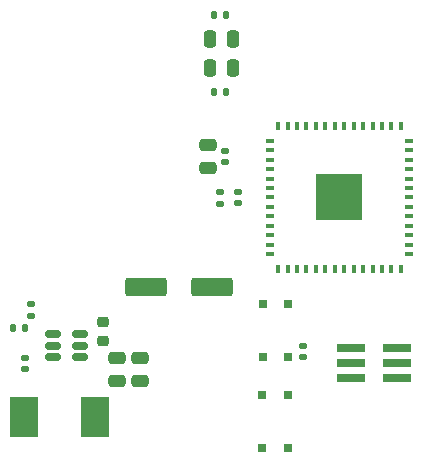
<source format=gbr>
%TF.GenerationSoftware,KiCad,Pcbnew,7.0.6*%
%TF.CreationDate,2023-09-28T21:06:28-04:00*%
%TF.ProjectId,Welder_Knob,57656c64-6572-45f4-9b6e-6f622e6b6963,rev?*%
%TF.SameCoordinates,Original*%
%TF.FileFunction,Paste,Top*%
%TF.FilePolarity,Positive*%
%FSLAX46Y46*%
G04 Gerber Fmt 4.6, Leading zero omitted, Abs format (unit mm)*
G04 Created by KiCad (PCBNEW 7.0.6) date 2023-09-28 21:06:28*
%MOMM*%
%LPD*%
G01*
G04 APERTURE LIST*
G04 Aperture macros list*
%AMRoundRect*
0 Rectangle with rounded corners*
0 $1 Rounding radius*
0 $2 $3 $4 $5 $6 $7 $8 $9 X,Y pos of 4 corners*
0 Add a 4 corners polygon primitive as box body*
4,1,4,$2,$3,$4,$5,$6,$7,$8,$9,$2,$3,0*
0 Add four circle primitives for the rounded corners*
1,1,$1+$1,$2,$3*
1,1,$1+$1,$4,$5*
1,1,$1+$1,$6,$7*
1,1,$1+$1,$8,$9*
0 Add four rect primitives between the rounded corners*
20,1,$1+$1,$2,$3,$4,$5,0*
20,1,$1+$1,$4,$5,$6,$7,0*
20,1,$1+$1,$6,$7,$8,$9,0*
20,1,$1+$1,$8,$9,$2,$3,0*%
G04 Aperture macros list end*
%ADD10R,2.400000X0.740000*%
%ADD11RoundRect,0.250000X0.475000X-0.250000X0.475000X0.250000X-0.475000X0.250000X-0.475000X-0.250000X0*%
%ADD12R,0.750000X0.700000*%
%ADD13RoundRect,0.135000X0.135000X0.185000X-0.135000X0.185000X-0.135000X-0.185000X0.135000X-0.185000X0*%
%ADD14RoundRect,0.140000X0.170000X-0.140000X0.170000X0.140000X-0.170000X0.140000X-0.170000X-0.140000X0*%
%ADD15RoundRect,0.250000X-0.250000X-0.475000X0.250000X-0.475000X0.250000X0.475000X-0.250000X0.475000X0*%
%ADD16RoundRect,0.140000X-0.170000X0.140000X-0.170000X-0.140000X0.170000X-0.140000X0.170000X0.140000X0*%
%ADD17R,0.800000X0.400000*%
%ADD18R,0.400000X0.800000*%
%ADD19R,4.000000X4.000000*%
%ADD20RoundRect,0.225000X-0.250000X0.225000X-0.250000X-0.225000X0.250000X-0.225000X0.250000X0.225000X0*%
%ADD21RoundRect,0.135000X-0.135000X-0.185000X0.135000X-0.185000X0.135000X0.185000X-0.135000X0.185000X0*%
%ADD22RoundRect,0.135000X-0.185000X0.135000X-0.185000X-0.135000X0.185000X-0.135000X0.185000X0.135000X0*%
%ADD23R,2.350000X3.500000*%
%ADD24RoundRect,0.250000X1.500000X0.550000X-1.500000X0.550000X-1.500000X-0.550000X1.500000X-0.550000X0*%
%ADD25RoundRect,0.150000X0.512500X0.150000X-0.512500X0.150000X-0.512500X-0.150000X0.512500X-0.150000X0*%
%ADD26RoundRect,0.135000X0.185000X-0.135000X0.185000X0.135000X-0.185000X0.135000X-0.185000X-0.135000X0*%
G04 APERTURE END LIST*
D10*
%TO.C,J8*%
X158450000Y-94270000D03*
X154550000Y-94270000D03*
X158450000Y-93000000D03*
X154550000Y-93000000D03*
X158450000Y-91730000D03*
X154550000Y-91730000D03*
%TD*%
D11*
%TO.C,C11*%
X142500000Y-76430000D03*
X142500000Y-74530000D03*
%TD*%
%TO.C,C10*%
X136750000Y-94450000D03*
X136750000Y-92550000D03*
%TD*%
%TO.C,C9*%
X134800000Y-94450000D03*
X134800000Y-92550000D03*
%TD*%
D12*
%TO.C,SW7*%
X147125000Y-92500000D03*
X147125000Y-88000000D03*
X149275000Y-92500000D03*
X149275000Y-88000000D03*
%TD*%
D13*
%TO.C,R11*%
X144010000Y-70000000D03*
X142990000Y-70000000D03*
%TD*%
D14*
%TO.C,C13*%
X145000000Y-79450000D03*
X145000000Y-78490000D03*
%TD*%
D15*
%TO.C,D7*%
X142650000Y-65540000D03*
X144550000Y-65540000D03*
%TD*%
D14*
%TO.C,C12*%
X143940000Y-75960000D03*
X143940000Y-75000000D03*
%TD*%
D16*
%TO.C,C14*%
X150500000Y-91520000D03*
X150500000Y-92480000D03*
%TD*%
D17*
%TO.C,IC7*%
X147700000Y-74150000D03*
X147700000Y-74950000D03*
X147700000Y-75750000D03*
X147700000Y-76550000D03*
X147700000Y-77350000D03*
X147700000Y-78150000D03*
X147700000Y-78950000D03*
X147700000Y-79750000D03*
X147700000Y-80550000D03*
X147700000Y-81350000D03*
X147700000Y-82150000D03*
X147700000Y-82950000D03*
X147700000Y-83750000D03*
D18*
X148400000Y-85000000D03*
X149200000Y-85000000D03*
X150000000Y-85000000D03*
X150800000Y-85000000D03*
X151600000Y-85000000D03*
X152400000Y-85000000D03*
X153200000Y-85000000D03*
X154000000Y-85000000D03*
X154800000Y-85000000D03*
X155600000Y-85000000D03*
X156400000Y-85000000D03*
X157200000Y-85000000D03*
X158000000Y-85000000D03*
X158800000Y-85000000D03*
D17*
X159500000Y-83750000D03*
X159500000Y-82950000D03*
X159500000Y-82150000D03*
X159500000Y-81350000D03*
X159500000Y-80550000D03*
X159500000Y-79750000D03*
X159500000Y-78950000D03*
X159500000Y-78150000D03*
X159500000Y-77350000D03*
X159500000Y-76550000D03*
X159500000Y-75750000D03*
X159500000Y-74950000D03*
X159500000Y-74150000D03*
D18*
X158800000Y-72900000D03*
X158000000Y-72900000D03*
X157200000Y-72900000D03*
X156400000Y-72900000D03*
X155600000Y-72900000D03*
X154800000Y-72900000D03*
X154000000Y-72900000D03*
X153200000Y-72900000D03*
X152400000Y-72900000D03*
X151600000Y-72900000D03*
X150800000Y-72900000D03*
X150000000Y-72900000D03*
X149200000Y-72900000D03*
X148400000Y-72900000D03*
D19*
X153600000Y-78950000D03*
%TD*%
D20*
%TO.C,C7*%
X133600000Y-89525000D03*
X133600000Y-91075000D03*
%TD*%
D21*
%TO.C,R7*%
X125990000Y-90000000D03*
X127010000Y-90000000D03*
%TD*%
D22*
%TO.C,R10*%
X143500000Y-78490000D03*
X143500000Y-79510000D03*
%TD*%
D16*
%TO.C,C8*%
X127000000Y-92520000D03*
X127000000Y-93480000D03*
%TD*%
D15*
%TO.C,D8*%
X142650000Y-67950000D03*
X144550000Y-67950000D03*
%TD*%
D23*
%TO.C,L7*%
X126887500Y-97500000D03*
X132937500Y-97500000D03*
%TD*%
D24*
%TO.C,C16*%
X142800000Y-86500000D03*
X137200000Y-86500000D03*
%TD*%
D25*
%TO.C,U7*%
X131637500Y-92450000D03*
X131637500Y-91500000D03*
X131637500Y-90550000D03*
X129362500Y-90550000D03*
X129362500Y-91500000D03*
X129362500Y-92450000D03*
%TD*%
D12*
%TO.C,SW8*%
X147075000Y-100150000D03*
X147075000Y-95650000D03*
X149225000Y-100150000D03*
X149225000Y-95650000D03*
%TD*%
D26*
%TO.C,R8*%
X127500000Y-89010000D03*
X127500000Y-87990000D03*
%TD*%
D21*
%TO.C,R9*%
X143000000Y-63500000D03*
X144020000Y-63500000D03*
%TD*%
M02*

</source>
